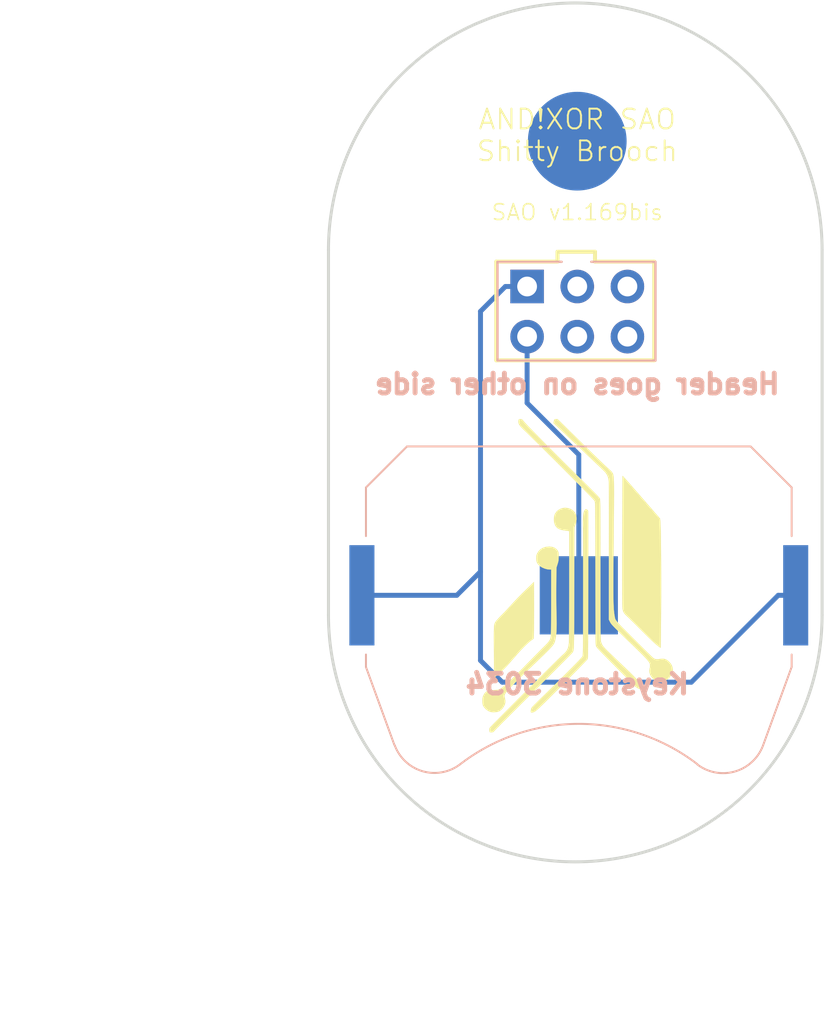
<source format=kicad_pcb>
(kicad_pcb (version 20171130) (host pcbnew 5.0.2-bee76a0~70~ubuntu18.04.1)

  (general
    (thickness 1.6)
    (drawings 18)
    (tracks 13)
    (zones 0)
    (modules 4)
    (nets 7)
  )

  (page A4)
  (layers
    (0 F.Cu signal)
    (31 B.Cu signal)
    (32 B.Adhes user)
    (33 F.Adhes user)
    (34 B.Paste user)
    (35 F.Paste user)
    (36 B.SilkS user)
    (37 F.SilkS user)
    (38 B.Mask user)
    (39 F.Mask user)
    (40 Dwgs.User user)
    (41 Cmts.User user)
    (42 Eco1.User user)
    (43 Eco2.User user)
    (44 Edge.Cuts user)
    (45 Margin user)
    (46 B.CrtYd user)
    (47 F.CrtYd user)
    (48 B.Fab user)
    (49 F.Fab user)
  )

  (setup
    (last_trace_width 0.25)
    (trace_clearance 0.2)
    (zone_clearance 0.508)
    (zone_45_only no)
    (trace_min 0.2)
    (segment_width 0.2)
    (edge_width 0.15)
    (via_size 0.8)
    (via_drill 0.4)
    (via_min_size 0.4)
    (via_min_drill 0.3)
    (uvia_size 0.3)
    (uvia_drill 0.1)
    (uvias_allowed no)
    (uvia_min_size 0.2)
    (uvia_min_drill 0.1)
    (pcb_text_width 0.3)
    (pcb_text_size 1.5 1.5)
    (mod_edge_width 0.15)
    (mod_text_size 1 1)
    (mod_text_width 0.15)
    (pad_size 1.524 1.524)
    (pad_drill 0.762)
    (pad_to_mask_clearance 0.051)
    (solder_mask_min_width 0.25)
    (aux_axis_origin 0 0)
    (visible_elements FFFFFF7F)
    (pcbplotparams
      (layerselection 0x010fc_ffffffff)
      (usegerberextensions false)
      (usegerberattributes false)
      (usegerberadvancedattributes false)
      (creategerberjobfile false)
      (excludeedgelayer true)
      (linewidth 0.100000)
      (plotframeref false)
      (viasonmask false)
      (mode 1)
      (useauxorigin false)
      (hpglpennumber 1)
      (hpglpenspeed 20)
      (hpglpendiameter 15.000000)
      (psnegative false)
      (psa4output false)
      (plotreference true)
      (plotvalue true)
      (plotinvisibletext false)
      (padsonsilk false)
      (subtractmaskfromsilk false)
      (outputformat 1)
      (mirror false)
      (drillshape 1)
      (scaleselection 1)
      (outputdirectory ""))
  )

  (net 0 "")
  (net 1 VCC)
  (net 2 GND)
  (net 3 "Net-(J1-Pad3)")
  (net 4 "Net-(J1-Pad4)")
  (net 5 "Net-(J1-Pad5)")
  (net 6 "Net-(J1-Pad6)")

  (net_class Default "This is the default net class."
    (clearance 0.2)
    (trace_width 0.25)
    (via_dia 0.8)
    (via_drill 0.4)
    (uvia_dia 0.3)
    (uvia_drill 0.1)
    (add_net GND)
    (add_net "Net-(J1-Pad3)")
    (add_net "Net-(J1-Pad4)")
    (add_net "Net-(J1-Pad5)")
    (add_net "Net-(J1-Pad6)")
    (add_net VCC)
  )

  (module Battery:BatteryHolder_Keystone_3034_1x20mm (layer B.Cu) (tedit 5CA58061) (tstamp 5CCAD23F)
    (at 144.6784 118 180)
    (descr "Keystone 3034 SMD battery holder for 2020, 2025 and 2032 coincell batteries. http://www.keyelco.com/product-pdf.cfm?p=798")
    (tags "Keystone type 3034 coin cell retainer")
    (path /5CA57915)
    (attr smd)
    (fp_text reference BT1 (at 0 11.5 180) (layer F.Fab)
      (effects (font (size 1 1) (thickness 0.15)))
    )
    (fp_text value Battery (at 0 -11.5 180) (layer B.Fab)
      (effects (font (size 1 1) (thickness 0.15)) (justify mirror))
    )
    (fp_text user %R (at 0 2.9 180) (layer B.Fab)
      (effects (font (size 1 1) (thickness 0.15)) (justify mirror))
    )
    (fp_circle (center 0 0) (end 0 -10.25) (layer Dwgs.User) (width 0.15))
    (fp_arc (start 0 -16.36) (end 6 -8.55) (angle 75.1) (layer B.SilkS) (width 0.1))
    (fp_arc (start -7.31 -6.85) (end -9.34 -7.58) (angle 107.5) (layer B.SilkS) (width 0.1))
    (fp_line (start -10.78 -3.63) (end -9.34 -7.58) (layer B.SilkS) (width 0.1))
    (fp_line (start -8.7 7.54) (end -10.78 5.46) (layer B.SilkS) (width 0.1))
    (fp_line (start 8.7 7.54) (end -8.7 7.54) (layer B.SilkS) (width 0.1))
    (fp_line (start 8.7 7.54) (end 10.78 5.46) (layer B.SilkS) (width 0.1))
    (fp_line (start 10.78 -3.63) (end 9.34 -7.58) (layer B.SilkS) (width 0.1))
    (fp_arc (start 7.31 -6.85) (end 6 -8.55) (angle 107.5) (layer B.SilkS) (width 0.1))
    (fp_line (start -10.78 5.46) (end -10.78 3) (layer B.SilkS) (width 0.1))
    (fp_line (start -10.78 -3) (end -10.78 -3.63) (layer B.SilkS) (width 0.1))
    (fp_line (start 10.78 5.46) (end 10.78 3) (layer B.SilkS) (width 0.1))
    (fp_line (start 10.78 -3) (end 10.78 -3.63) (layer B.SilkS) (width 0.1))
    (fp_line (start -9.19 -7.53) (end -10.63 -3.6) (layer B.Fab) (width 0.1))
    (fp_line (start -10.63 -3.6) (end -10.63 5.4) (layer B.Fab) (width 0.1))
    (fp_line (start -10.63 5.4) (end -8.64 7.39) (layer B.Fab) (width 0.1))
    (fp_line (start -8.64 7.39) (end 8.64 7.39) (layer B.Fab) (width 0.1))
    (fp_line (start 8.64 7.39) (end 10.63 5.4) (layer B.Fab) (width 0.1))
    (fp_line (start 10.63 5.4) (end 10.63 -3.6) (layer B.Fab) (width 0.1))
    (fp_line (start 10.63 -3.6) (end 9.19 -7.53) (layer B.Fab) (width 0.1))
    (fp_arc (start 7.31 -6.85) (end 6.1 -8.43) (angle 107.5) (layer B.Fab) (width 0.1))
    (fp_arc (start 0 -16.36) (end 6.1 -8.43) (angle 75.1) (layer B.Fab) (width 0.1))
    (fp_arc (start -7.31 -6.85) (end -9.19 -7.53) (angle 107.5) (layer B.Fab) (width 0.1))
    (fp_line (start 11.87 2.79) (end 10.88 2.79) (layer B.CrtYd) (width 0.05))
    (fp_line (start 10.88 2.79) (end 10.88 5.5) (layer B.CrtYd) (width 0.05))
    (fp_line (start 10.88 5.5) (end 8.74 7.64) (layer B.CrtYd) (width 0.05))
    (fp_line (start 8.74 7.64) (end 7.2 7.64) (layer B.CrtYd) (width 0.05))
    (fp_arc (start 0 0) (end 7.2 7.64) (angle 86.6) (layer B.CrtYd) (width 0.05))
    (fp_line (start -7.2 7.64) (end -8.74 7.64) (layer B.CrtYd) (width 0.05))
    (fp_line (start -8.74 7.64) (end -10.88 5.5) (layer B.CrtYd) (width 0.05))
    (fp_line (start -10.88 5.5) (end -10.88 2.79) (layer B.CrtYd) (width 0.05))
    (fp_line (start -10.88 2.79) (end -11.87 2.79) (layer B.CrtYd) (width 0.05))
    (fp_line (start -11.87 2.79) (end -11.87 -2.79) (layer B.CrtYd) (width 0.05))
    (fp_line (start -11.87 -2.79) (end -10.88 -2.79) (layer B.CrtYd) (width 0.05))
    (fp_line (start -10.88 -2.79) (end -10.88 -3.64) (layer B.CrtYd) (width 0.05))
    (fp_line (start -10.88 -3.64) (end -9.44 -7.62) (layer B.CrtYd) (width 0.05))
    (fp_arc (start -7.31 -6.85) (end -9.43 -7.62) (angle 106.9) (layer B.CrtYd) (width 0.05))
    (fp_arc (start 0 0) (end -5.96 -8.64) (angle 69.1) (layer B.CrtYd) (width 0.05))
    (fp_arc (start 7.31 -6.85) (end 5.96 -8.64) (angle 106.9) (layer B.CrtYd) (width 0.05))
    (fp_line (start 9.43 -7.63) (end 10.88 -3.64) (layer B.CrtYd) (width 0.05))
    (fp_line (start 10.88 -3.64) (end 10.88 -2.79) (layer B.CrtYd) (width 0.05))
    (fp_line (start 10.88 -2.79) (end 11.87 -2.79) (layer B.CrtYd) (width 0.05))
    (fp_line (start 11.87 -2.79) (end 11.87 2.79) (layer B.CrtYd) (width 0.05))
    (pad 2 smd rect (at 0 0 180) (size 3.96 3.96) (layers B.Cu B.Paste B.Mask)
      (net 2 GND))
    (pad 1 smd rect (at 10.985 0 180) (size 1.27 5.08) (layers B.Cu B.Paste B.Mask)
      (net 1 VCC))
    (pad 1 smd rect (at -10.985 0 180) (size 1.27 5.08) (layers B.Cu B.Paste B.Mask)
      (net 1 VCC))
    (model ${KISYS3DMOD}/Battery.3dshapes/BatteryHolder_Keystone_3034_1x20mm.wrl
      (at (xyz 0 0 0))
      (scale (xyz 1 1 1))
      (rotate (xyz 0 0 0))
    )
  )

  (module FancyFeast:PinHeader_2x03_P2.54mm_Vertical (layer B.Cu) (tedit 5BAD67E7) (tstamp 5CCAD20C)
    (at 142.06 102.36 270)
    (descr "Through hole straight pin header, 2x03, 2.54mm pitch, double rows")
    (tags "Through hole pin header THT 2x03 2.54mm double row")
    (path /5CA57704)
    (fp_text reference J1 (at 1.269999 2.33 270) (layer B.Fab)
      (effects (font (size 1 1) (thickness 0.15)) (justify mirror))
    )
    (fp_text value Conn_02x03_Odd_Even (at 1.27 -7.41 270) (layer B.Fab)
      (effects (font (size 1 1) (thickness 0.15)) (justify mirror))
    )
    (fp_line (start 0 1.27) (end 3.81 1.27) (layer B.Fab) (width 0.1))
    (fp_line (start 3.81 1.27) (end 3.81 -6.35) (layer B.Fab) (width 0.1))
    (fp_line (start 3.81 -6.35) (end -1.27 -6.35) (layer B.Fab) (width 0.1))
    (fp_line (start -1.27 -6.35) (end -1.27 0) (layer B.Fab) (width 0.1))
    (fp_line (start -1.27 0) (end 0 1.27) (layer B.Fab) (width 0.1))
    (fp_line (start -1.25 -6.5) (end 3.75 -6.5) (layer B.SilkS) (width 0.12))
    (fp_line (start -1.25 -3.25) (end -1.25 -6.5) (layer B.SilkS) (width 0.12))
    (fp_line (start 3.75 1.5) (end 3.75 -6.5) (layer B.SilkS) (width 0.12))
    (fp_line (start -1.25 1.5) (end 3.75 1.5) (layer B.SilkS) (width 0.12))
    (fp_line (start -1.25 -1.75) (end -1.25 1.5) (layer B.SilkS) (width 0.12))
    (fp_line (start -1.8 1.8) (end -1.8 -6.85) (layer B.CrtYd) (width 0.05))
    (fp_line (start -1.8 -6.85) (end 4.35 -6.85) (layer B.CrtYd) (width 0.05))
    (fp_line (start 4.35 -6.85) (end 4.35 1.8) (layer B.CrtYd) (width 0.05))
    (fp_line (start 4.35 1.8) (end -1.8 1.8) (layer B.CrtYd) (width 0.05))
    (fp_text user %R (at 1.27 -2.54 180) (layer B.Fab)
      (effects (font (size 1 1) (thickness 0.15)) (justify mirror))
    )
    (pad 1 thru_hole rect (at 0 0 270) (size 1.7 1.7) (drill 1) (layers *.Cu *.Mask)
      (net 1 VCC))
    (pad 2 thru_hole oval (at 2.54 0 270) (size 1.7 1.7) (drill 1) (layers *.Cu *.Mask)
      (net 2 GND))
    (pad 3 thru_hole oval (at 0 -2.54 270) (size 1.7 1.7) (drill 1) (layers *.Cu *.Mask)
      (net 3 "Net-(J1-Pad3)"))
    (pad 4 thru_hole oval (at 2.54 -2.54 270) (size 1.7 1.7) (drill 1) (layers *.Cu *.Mask)
      (net 4 "Net-(J1-Pad4)"))
    (pad 5 thru_hole oval (at 0 -5.08 270) (size 1.7 1.7) (drill 1) (layers *.Cu *.Mask)
      (net 5 "Net-(J1-Pad5)"))
    (pad 6 thru_hole oval (at 2.54 -5.08 270) (size 1.7 1.7) (drill 1) (layers *.Cu *.Mask)
      (net 6 "Net-(J1-Pad6)"))
    (model ${KISYS3DMOD}/Connector_PinHeader_2.54mm.3dshapes/PinHeader_2x03_P2.54mm_Vertical.wrl
      (at (xyz 0 0 0))
      (scale (xyz 1 1 1))
      (rotate (xyz 0 0 0))
    )
  )

  (module andnxor:lapel-pin-5mm (layer B.Cu) (tedit 5B8371A3) (tstamp 5CCAD1F3)
    (at 144.6 95)
    (path /5CA57A11)
    (fp_text reference g1 (at 0 -4.3) (layer Dwgs.User)
      (effects (font (size 1 1) (thickness 0.15)))
    )
    (fp_text value pin (at 0 3.8) (layer B.Fab)
      (effects (font (size 1 1) (thickness 0.15)) (justify mirror))
    )
    (pad 1 smd circle (at 0 0) (size 5 5) (layers B.Cu B.Paste B.Mask))
  )

  (module manbearpig:ANDnXOR1 (layer F.Cu) (tedit 0) (tstamp 5CD6D3C3)
    (at 144.6 117)
    (fp_text reference G*** (at 0 0) (layer F.SilkS) hide
      (effects (font (size 1.524 1.524) (thickness 0.3)))
    )
    (fp_text value LOGO (at 0.75 0) (layer F.SilkS) hide
      (effects (font (size 1.524 1.524) (thickness 0.3)))
    )
    (fp_poly (pts (xy 2.36597 -4.976052) (xy 2.389096 -4.951689) (xy 2.432511 -4.903838) (xy 2.494348 -4.834622)
      (xy 2.572737 -4.746167) (xy 2.665811 -4.640596) (xy 2.771701 -4.520033) (xy 2.88854 -4.386603)
      (xy 3.014459 -4.24243) (xy 3.14759 -4.089638) (xy 3.286065 -3.930351) (xy 3.318564 -3.892915)
      (xy 4.19453 -2.88363) (xy 4.206062 -2.781702) (xy 4.211398 -2.716608) (xy 4.216424 -2.619709)
      (xy 4.22113 -2.493066) (xy 4.225504 -2.338739) (xy 4.229536 -2.15879) (xy 4.233216 -1.955278)
      (xy 4.236532 -1.730265) (xy 4.239474 -1.485812) (xy 4.242032 -1.223977) (xy 4.244195 -0.946824)
      (xy 4.245952 -0.656411) (xy 4.247292 -0.3548) (xy 4.248205 -0.044052) (xy 4.248681 0.273774)
      (xy 4.248709 0.596616) (xy 4.248277 0.922414) (xy 4.247376 1.249107) (xy 4.245995 1.574634)
      (xy 4.244123 1.896936) (xy 4.241749 2.21395) (xy 4.238864 2.523617) (xy 4.235455 2.823876)
      (xy 4.235123 2.850326) (xy 4.224866 3.660185) (xy 4.157133 3.614472) (xy 4.098986 3.572879)
      (xy 4.033386 3.521214) (xy 3.958296 3.457591) (xy 3.871679 3.380123) (xy 3.771499 3.286925)
      (xy 3.655718 3.17611) (xy 3.522301 3.045792) (xy 3.369212 2.894085) (xy 3.242733 2.767616)
      (xy 3.123268 2.648144) (xy 3.005937 2.531465) (xy 2.89397 2.420742) (xy 2.790596 2.319143)
      (xy 2.699044 2.229834) (xy 2.622544 2.155981) (xy 2.564326 2.100749) (xy 2.535588 2.074333)
      (xy 2.445676 1.98859) (xy 2.38068 1.911976) (xy 2.336262 1.836564) (xy 2.308081 1.754423)
      (xy 2.291799 1.657624) (xy 2.288433 1.622728) (xy 2.287262 1.591588) (xy 2.286188 1.52831)
      (xy 2.285215 1.43462) (xy 2.284344 1.312248) (xy 2.283579 1.16292) (xy 2.282922 0.988364)
      (xy 2.282376 0.790308) (xy 2.281944 0.57048) (xy 2.281629 0.330608) (xy 2.281433 0.072419)
      (xy 2.281359 -0.202359) (xy 2.28141 -0.491998) (xy 2.281589 -0.794771) (xy 2.281899 -1.108949)
      (xy 2.282342 -1.432805) (xy 2.282921 -1.764611) (xy 2.282959 -1.784119) (xy 2.289342 -5.049904)
      (xy 2.36597 -4.976052)) (layer F.SilkS) (width 0.01))
    (fp_poly (pts (xy -2.187557 1.182058) (xy -2.186709 1.375449) (xy -2.18644 1.579911) (xy -2.186718 1.788668)
      (xy -2.187512 1.994944) (xy -2.18879 2.191963) (xy -2.190521 2.372949) (xy -2.192672 2.531126)
      (xy -2.194234 2.6162) (xy -2.20622 3.191933) (xy -2.334242 3.285067) (xy -2.433763 3.364319)
      (xy -2.550483 3.469401) (xy -2.682379 3.59826) (xy -2.827427 3.748841) (xy -2.983603 3.919093)
      (xy -3.148885 4.106961) (xy -3.181123 4.144445) (xy -3.344767 4.333389) (xy -3.491111 4.497846)
      (xy -3.622928 4.640612) (xy -3.742988 4.764478) (xy -3.854062 4.872238) (xy -3.958923 4.966685)
      (xy -4.060341 5.050612) (xy -4.142045 5.112929) (xy -4.211622 5.164082) (xy -4.220186 3.881674)
      (xy -4.221828 3.633475) (xy -4.223131 3.416726) (xy -4.223966 3.229014) (xy -4.224202 3.067923)
      (xy -4.223709 2.93104) (xy -4.222356 2.815948) (xy -4.220013 2.720234) (xy -4.21655 2.641482)
      (xy -4.211837 2.577278) (xy -4.205743 2.525207) (xy -4.198138 2.482854) (xy -4.188892 2.447804)
      (xy -4.177874 2.417642) (xy -4.164955 2.389954) (xy -4.150004 2.362326) (xy -4.136984 2.339502)
      (xy -4.111723 2.304422) (xy -4.066355 2.25047) (xy -4.005117 2.182318) (xy -3.932246 2.104636)
      (xy -3.851982 2.022093) (xy -3.818354 1.988362) (xy -3.718869 1.887502) (xy -3.608877 1.772953)
      (xy -3.497238 1.654139) (xy -3.39281 1.54048) (xy -3.308903 1.446495) (xy -3.237749 1.367523)
      (xy -3.147112 1.270545) (xy -3.042108 1.160832) (xy -2.927855 1.043655) (xy -2.809469 0.924283)
      (xy -2.692069 0.807986) (xy -2.632883 0.750258) (xy -2.192867 0.32365) (xy -2.187557 1.182058)) (layer F.SilkS) (width 0.01))
    (fp_poly (pts (xy 0.208158 -6.737013) (xy 0.380466 -6.567536) (xy 0.548714 -6.402555) (xy 0.710988 -6.243919)
      (xy 0.865375 -6.093478) (xy 1.009959 -5.953081) (xy 1.142829 -5.824576) (xy 1.262068 -5.709814)
      (xy 1.365765 -5.610642) (xy 1.452004 -5.528911) (xy 1.518873 -5.466469) (xy 1.564456 -5.425165)
      (xy 1.577604 -5.413893) (xy 1.673977 -5.329418) (xy 1.74248 -5.258089) (xy 1.785359 -5.197558)
      (xy 1.785985 -5.196414) (xy 1.796931 -5.175502) (xy 1.806889 -5.153793) (xy 1.815888 -5.129712)
      (xy 1.823959 -5.101686) (xy 1.831132 -5.068138) (xy 1.837437 -5.027495) (xy 1.842906 -4.978182)
      (xy 1.847568 -4.918625) (xy 1.851453 -4.847248) (xy 1.854593 -4.762477) (xy 1.857016 -4.662737)
      (xy 1.858754 -4.546455) (xy 1.859837 -4.412055) (xy 1.860295 -4.257962) (xy 1.860159 -4.082602)
      (xy 1.859459 -3.884401) (xy 1.858225 -3.661784) (xy 1.856487 -3.413175) (xy 1.854277 -3.137001)
      (xy 1.851623 -2.831687) (xy 1.848557 -2.495659) (xy 1.845109 -2.12734) (xy 1.845107 -2.12713)
      (xy 1.841168 -1.702814) (xy 1.837675 -1.310885) (xy 1.834642 -0.949863) (xy 1.832087 -0.618271)
      (xy 1.830025 -0.314631) (xy 1.828471 -0.037464) (xy 1.827441 0.214707) (xy 1.826951 0.44336)
      (xy 1.827016 0.649974) (xy 1.827652 0.836027) (xy 1.828875 1.002997) (xy 1.8307 1.152361)
      (xy 1.833144 1.285599) (xy 1.836221 1.404187) (xy 1.839947 1.509604) (xy 1.844339 1.603328)
      (xy 1.849411 1.686837) (xy 1.85518 1.76161) (xy 1.861661 1.829124) (xy 1.868869 1.890857)
      (xy 1.876821 1.948287) (xy 1.885532 2.002893) (xy 1.889101 2.023533) (xy 1.896749 2.069444)
      (xy 1.903264 2.109288) (xy 1.910238 2.145) (xy 1.919263 2.178517) (xy 1.931933 2.211773)
      (xy 1.949839 2.246703) (xy 1.974575 2.285244) (xy 2.007732 2.32933) (xy 2.050903 2.380897)
      (xy 2.105681 2.44188) (xy 2.173658 2.514214) (xy 2.256427 2.599835) (xy 2.355579 2.700678)
      (xy 2.472709 2.818679) (xy 2.609407 2.955773) (xy 2.767267 3.113895) (xy 2.875836 3.222708)
      (xy 3.024073 3.37099) (xy 3.166709 3.51297) (xy 3.301752 3.646707) (xy 3.427212 3.770263)
      (xy 3.541098 3.881697) (xy 3.64142 3.979071) (xy 3.726185 4.060445) (xy 3.793405 4.12388)
      (xy 3.841087 4.167436) (xy 3.867242 4.189174) (xy 3.869266 4.190481) (xy 3.930787 4.221645)
      (xy 3.989195 4.238264) (xy 4.054833 4.241506) (xy 4.138044 4.232539) (xy 4.179869 4.225564)
      (xy 4.292775 4.211427) (xy 4.385695 4.215162) (xy 4.468578 4.238804) (xy 4.551373 4.284389)
      (xy 4.585834 4.308588) (xy 4.687189 4.400446) (xy 4.764699 4.506928) (xy 4.815723 4.622624)
      (xy 4.837619 4.742125) (xy 4.835018 4.818981) (xy 4.803648 4.941841) (xy 4.743335 5.061191)
      (xy 4.658877 5.170573) (xy 4.555067 5.263529) (xy 4.461933 5.321409) (xy 4.366159 5.357916)
      (xy 4.259255 5.378505) (xy 4.153228 5.382032) (xy 4.060081 5.367357) (xy 4.041952 5.361365)
      (xy 3.925247 5.299964) (xy 3.821536 5.208096) (xy 3.732179 5.087097) (xy 3.695622 5.020733)
      (xy 3.657367 4.916839) (xy 3.649535 4.813087) (xy 3.665586 4.71934) (xy 3.687303 4.60779)
      (xy 3.687245 4.515535) (xy 3.66522 4.435773) (xy 3.657163 4.418744) (xy 3.633814 4.380049)
      (xy 3.597667 4.331265) (xy 3.547328 4.270937) (xy 3.481401 4.197608) (xy 3.398492 4.109823)
      (xy 3.297207 4.006125) (xy 3.176151 3.885059) (xy 3.033928 3.745169) (xy 2.869144 3.584999)
      (xy 2.728851 3.449665) (xy 2.547929 3.275503) (xy 2.389817 3.123013) (xy 2.252845 2.990469)
      (xy 2.13534 2.876144) (xy 2.03563 2.778311) (xy 1.952043 2.695243) (xy 1.882908 2.625214)
      (xy 1.826553 2.566497) (xy 1.781305 2.517364) (xy 1.745493 2.476089) (xy 1.717445 2.440945)
      (xy 1.695488 2.410205) (xy 1.677951 2.382143) (xy 1.663163 2.355031) (xy 1.65684 2.342438)
      (xy 1.6002 2.227326) (xy 1.606059 -1.210437) (xy 1.606755 -1.658118) (xy 1.607259 -2.072674)
      (xy 1.607568 -2.454844) (xy 1.607679 -2.805369) (xy 1.607589 -3.12499) (xy 1.607296 -3.414447)
      (xy 1.606798 -3.674481) (xy 1.606091 -3.905831) (xy 1.605173 -4.109239) (xy 1.604041 -4.285445)
      (xy 1.602692 -4.435189) (xy 1.601125 -4.559212) (xy 1.599335 -4.658254) (xy 1.597321 -4.733055)
      (xy 1.59508 -4.784357) (xy 1.593112 -4.809067) (xy 1.566437 -4.954293) (xy 1.520964 -5.07775)
      (xy 1.452756 -5.188101) (xy 1.385226 -5.266526) (xy 1.360461 -5.291137) (xy 1.312879 -5.337302)
      (xy 1.244274 -5.403309) (xy 1.156441 -5.487449) (xy 1.051176 -5.58801) (xy 0.930273 -5.703283)
      (xy 0.795527 -5.831558) (xy 0.648732 -5.971123) (xy 0.491684 -6.120268) (xy 0.326178 -6.277284)
      (xy 0.154008 -6.440459) (xy 0.045196 -6.543503) (xy -1.205007 -7.727088) (xy -1.194064 -7.785419)
      (xy -1.179131 -7.854055) (xy -1.162214 -7.895649) (xy -1.137651 -7.916826) (xy -1.099781 -7.92421)
      (xy -1.074961 -7.9248) (xy -0.997617 -7.9248) (xy 0.208158 -6.737013)) (layer F.SilkS) (width 0.01))
    (fp_poly (pts (xy -2.842089 -7.922897) (xy -2.812814 -7.915431) (xy -2.785252 -7.896815) (xy -2.751555 -7.861869)
      (xy -2.707767 -7.810094) (xy -2.65655 -7.751255) (xy -2.582189 -7.669948) (xy -2.485817 -7.567321)
      (xy -2.368569 -7.444516) (xy -2.231578 -7.30268) (xy -2.075978 -7.142956) (xy -1.902904 -6.96649)
      (xy -1.71349 -6.774427) (xy -1.508869 -6.567912) (xy -1.290175 -6.348089) (xy -1.058543 -6.116103)
      (xy -0.815107 -5.873099) (xy -0.561 -5.620222) (xy -0.297358 -5.358616) (xy -0.025312 -5.089428)
      (xy 0.254001 -4.813801) (xy 0.500503 -4.571165) (xy 0.662161 -4.411469) (xy 0.801057 -4.272649)
      (xy 0.916844 -4.155068) (xy 1.009173 -4.059087) (xy 1.077697 -3.985066) (xy 1.122068 -3.933367)
      (xy 1.14157 -3.905176) (xy 1.145078 -3.896505) (xy 1.148309 -3.885305) (xy 1.151275 -3.870205)
      (xy 1.15399 -3.849836) (xy 1.156465 -3.822827) (xy 1.158712 -3.787807) (xy 1.160745 -3.743407)
      (xy 1.162576 -3.688256) (xy 1.164216 -3.620984) (xy 1.16568 -3.54022) (xy 1.166978 -3.444595)
      (xy 1.168124 -3.332738) (xy 1.16913 -3.203278) (xy 1.170008 -3.054846) (xy 1.170771 -2.886072)
      (xy 1.171431 -2.695584) (xy 1.172 -2.482013) (xy 1.172492 -2.243988) (xy 1.172919 -1.98014)
      (xy 1.173292 -1.689097) (xy 1.173625 -1.369491) (xy 1.17393 -1.019949) (xy 1.174219 -0.639103)
      (xy 1.174467 -0.281443) (xy 1.174745 0.12701) (xy 1.175015 0.502984) (xy 1.175291 0.847866)
      (xy 1.175587 1.163045) (xy 1.175918 1.449906) (xy 1.176297 1.709838) (xy 1.17674 1.944229)
      (xy 1.177259 2.154465) (xy 1.17787 2.341934) (xy 1.178587 2.508025) (xy 1.179424 2.654124)
      (xy 1.180394 2.781618) (xy 1.181513 2.891896) (xy 1.182794 2.986345) (xy 1.184253 3.066352)
      (xy 1.185902 3.133304) (xy 1.187756 3.18859) (xy 1.189829 3.233597) (xy 1.192136 3.269712)
      (xy 1.194691 3.298323) (xy 1.197508 3.320817) (xy 1.200601 3.338582) (xy 1.203985 3.353005)
      (xy 1.207673 3.365474) (xy 1.21168 3.377376) (xy 1.211965 3.3782) (xy 1.226775 3.420168)
      (xy 1.24165 3.458256) (xy 1.258485 3.494558) (xy 1.279174 3.531166) (xy 1.305613 3.570173)
      (xy 1.339697 3.613672) (xy 1.38332 3.663757) (xy 1.438377 3.722521) (xy 1.506763 3.792057)
      (xy 1.590374 3.874457) (xy 1.691103 3.971815) (xy 1.810846 4.086224) (xy 1.951498 4.219778)
      (xy 2.108199 4.368174) (xy 2.294581 4.545064) (xy 2.457627 4.700874) (xy 2.599048 4.837322)
      (xy 2.720551 4.956125) (xy 2.823848 5.059002) (xy 2.910645 5.147669) (xy 2.982654 5.223846)
      (xy 3.041583 5.28925) (xy 3.089141 5.345598) (xy 3.119766 5.3848) (xy 3.182268 5.474425)
      (xy 3.234974 5.562205) (xy 3.274491 5.641593) (xy 3.297426 5.706038) (xy 3.301834 5.736166)
      (xy 3.297169 5.760677) (xy 3.279217 5.771389) (xy 3.242449 5.768685) (xy 3.181339 5.752946)
      (xy 3.158491 5.746064) (xy 3.036091 5.691687) (xy 2.913168 5.603524) (xy 2.789827 5.481651)
      (xy 2.780762 5.471381) (xy 2.749707 5.437587) (xy 2.696955 5.382194) (xy 2.624783 5.307524)
      (xy 2.535471 5.215898) (xy 2.431296 5.109636) (xy 2.314537 4.99106) (xy 2.187472 4.86249)
      (xy 2.05238 4.726247) (xy 1.911538 4.584652) (xy 1.829274 4.502151) (xy 1.662632 4.334997)
      (xy 1.518461 4.189923) (xy 1.395137 4.065213) (xy 1.291036 3.959148) (xy 1.204533 3.87001)
      (xy 1.134005 3.796082) (xy 1.077826 3.735646) (xy 1.034374 3.686984) (xy 1.002024 3.648378)
      (xy 0.979152 3.61811) (xy 0.964133 3.594464) (xy 0.956733 3.579285) (xy 0.95286 3.569416)
      (xy 0.949293 3.558537) (xy 0.946017 3.545276) (xy 0.943019 3.528257) (xy 0.940284 3.506107)
      (xy 0.937798 3.477451) (xy 0.935548 3.440916) (xy 0.933519 3.395127) (xy 0.931698 3.338709)
      (xy 0.930071 3.27029) (xy 0.928623 3.188495) (xy 0.927342 3.091949) (xy 0.926211 2.979279)
      (xy 0.925219 2.849111) (xy 0.924351 2.700069) (xy 0.923592 2.530781) (xy 0.92293 2.339872)
      (xy 0.92235 2.125968) (xy 0.921837 1.887695) (xy 0.921379 1.623679) (xy 0.920961 1.332545)
      (xy 0.920569 1.012919) (xy 0.92019 0.663428) (xy 0.919808 0.282698) (xy 0.919448 -0.09279)
      (xy 0.919041 -0.505116) (xy 0.918629 -0.884934) (xy 0.918202 -1.233602) (xy 0.917746 -1.552479)
      (xy 0.91725 -1.842924) (xy 0.916703 -2.106295) (xy 0.916093 -2.343951) (xy 0.915408 -2.55725)
      (xy 0.914636 -2.747551) (xy 0.913766 -2.916213) (xy 0.912785 -3.064594) (xy 0.911682 -3.194052)
      (xy 0.910446 -3.305947) (xy 0.909064 -3.401637) (xy 0.907525 -3.48248) (xy 0.905817 -3.549835)
      (xy 0.903929 -3.605061) (xy 0.901848 -3.649516) (xy 0.899563 -3.684559) (xy 0.897061 -3.711548)
      (xy 0.894333 -3.731842) (xy 0.891364 -3.746799) (xy 0.888145 -3.757779) (xy 0.887755 -3.758857)
      (xy 0.880833 -3.772829) (xy 0.867972 -3.792055) (xy 0.848015 -3.817729) (xy 0.819803 -3.851046)
      (xy 0.78218 -3.8932) (xy 0.733986 -3.945387) (xy 0.674064 -4.008801) (xy 0.601257 -4.084637)
      (xy 0.514407 -4.17409) (xy 0.412356 -4.278355) (xy 0.293946 -4.398625) (xy 0.158019 -4.536097)
      (xy 0.003419 -4.691965) (xy -0.171013 -4.867424) (xy -0.366436 -5.063668) (xy -0.584005 -5.281892)
      (xy -0.72596 -5.424175) (xy -0.924714 -5.623187) (xy -1.120761 -5.819177) (xy -1.312351 -6.010413)
      (xy -1.497737 -6.195162) (xy -1.675169 -6.37169) (xy -1.842898 -6.538266) (xy -1.999177 -6.693155)
      (xy -2.142255 -6.834626) (xy -2.270386 -6.960945) (xy -2.38182 -7.070379) (xy -2.474808 -7.161195)
      (xy -2.547601 -7.231661) (xy -2.598452 -7.280043) (xy -2.602668 -7.283977) (xy -2.715181 -7.390386)
      (xy -2.803935 -7.478799) (xy -2.87145 -7.552583) (xy -2.920244 -7.615106) (xy -2.952837 -7.669735)
      (xy -2.971748 -7.719838) (xy -2.979496 -7.768782) (xy -2.980036 -7.788425) (xy -2.977064 -7.856459)
      (xy -2.965605 -7.897393) (xy -2.940872 -7.91779) (xy -2.898084 -7.924212) (xy -2.880926 -7.924394)
      (xy -2.842089 -7.922897)) (layer F.SilkS) (width 0.01))
    (fp_poly (pts (xy -1.276086 -1.452619) (xy -1.162069 -1.414101) (xy -1.068282 -1.353385) (xy -0.998032 -1.271714)
      (xy -0.982843 -1.244892) (xy -0.96432 -1.205727) (xy -0.95209 -1.169184) (xy -0.94494 -1.126874)
      (xy -0.941657 -1.070412) (xy -0.941028 -0.991409) (xy -0.941209 -0.957025) (xy -0.942887 -0.862621)
      (xy -0.94767 -0.789582) (xy -0.957445 -0.725431) (xy -0.974104 -0.65769) (xy -0.998948 -0.575734)
      (xy -1.055279 -0.397934) (xy -1.062466 0.507851) (xy -1.063558 0.702628) (xy -1.06387 0.905621)
      (xy -1.063446 1.110749) (xy -1.06233 1.311935) (xy -1.060565 1.5031) (xy -1.058195 1.678167)
      (xy -1.055264 1.831056) (xy -1.0521 1.947184) (xy -1.045126 2.219396) (xy -1.043297 2.460485)
      (xy -1.046778 2.672828) (xy -1.055733 2.8588) (xy -1.070324 3.020778) (xy -1.090717 3.161138)
      (xy -1.117073 3.282255) (xy -1.149558 3.386505) (xy -1.151654 3.392136) (xy -1.166968 3.427605)
      (xy -1.187913 3.465555) (xy -1.216296 3.507931) (xy -1.253923 3.556679) (xy -1.302602 3.613744)
      (xy -1.36414 3.681073) (xy -1.440342 3.76061) (xy -1.533017 3.854303) (xy -1.643971 3.964095)
      (xy -1.77501 4.091934) (xy -1.927943 4.239765) (xy -2.029842 4.337792) (xy -2.270351 4.569189)
      (xy -2.487242 4.778624) (xy -2.681643 4.967256) (xy -2.854682 5.136244) (xy -3.007487 5.28675)
      (xy -3.141185 5.419931) (xy -3.256904 5.536949) (xy -3.355772 5.638962) (xy -3.438917 5.72713)
      (xy -3.507466 5.802614) (xy -3.562546 5.866572) (xy -3.605286 5.920164) (xy -3.636813 5.96455)
      (xy -3.658256 6.000889) (xy -3.667915 6.022281) (xy -3.682983 6.066629) (xy -3.687483 6.102568)
      (xy -3.681447 6.144418) (xy -3.668328 6.194373) (xy -3.64327 6.32208) (xy -3.645216 6.436624)
      (xy -3.674603 6.545847) (xy -3.689923 6.581061) (xy -3.764108 6.705849) (xy -3.8555 6.804863)
      (xy -3.952859 6.870782) (xy -4.033232 6.899615) (xy -4.1329 6.917337) (xy -4.238864 6.923032)
      (xy -4.338124 6.915782) (xy -4.397824 6.902138) (xy -4.532808 6.841588) (xy -4.645843 6.755373)
      (xy -4.736241 6.644062) (xy -4.762397 6.599296) (xy -4.780279 6.56101) (xy -4.791635 6.520983)
      (xy -4.797856 6.470146) (xy -4.800332 6.399427) (xy -4.8006 6.35) (xy -4.799683 6.265904)
      (xy -4.795716 6.205097) (xy -4.786879 6.157024) (xy -4.771351 6.111129) (xy -4.751632 6.066167)
      (xy -4.694851 5.969146) (xy -4.625542 5.892586) (xy -4.549129 5.841829) (xy -4.50946 5.827672)
      (xy -4.468085 5.820775) (xy -4.401671 5.813609) (xy -4.319026 5.806976) (xy -4.228962 5.80168)
      (xy -4.219559 5.80124) (xy -4.117828 5.795869) (xy -4.040937 5.788253) (xy -3.979872 5.775107)
      (xy -3.925623 5.753149) (xy -3.869178 5.719094) (xy -3.801524 5.669657) (xy -3.750684 5.630376)
      (xy -3.662138 5.558684) (xy -3.561446 5.471743) (xy -3.447189 5.368193) (xy -3.317945 5.246669)
      (xy -3.172294 5.105811) (xy -3.008816 4.944255) (xy -2.826089 4.76064) (xy -2.622694 4.553603)
      (xy -2.54857 4.477624) (xy -2.421128 4.347006) (xy -2.291524 4.214577) (xy -2.163534 4.084171)
      (xy -2.040936 3.95962) (xy -1.927507 3.844755) (xy -1.827024 3.743411) (xy -1.743263 3.659418)
      (xy -1.68996 3.606429) (xy -1.591983 3.508587) (xy -1.515714 3.429027) (xy -1.457996 3.363035)
      (xy -1.415674 3.305896) (xy -1.385596 3.252895) (xy -1.364604 3.199319) (xy -1.349546 3.140451)
      (xy -1.338897 3.081765) (xy -1.335501 3.042948) (xy -1.332445 2.9708) (xy -1.329736 2.865857)
      (xy -1.327379 2.728651) (xy -1.325379 2.559717) (xy -1.323742 2.35959) (xy -1.322474 2.128804)
      (xy -1.321579 1.867894) (xy -1.321063 1.577392) (xy -1.320928 1.3335) (xy -1.320801 -0.3048)
      (xy -1.384301 -0.305094) (xy -1.517949 -0.318621) (xy -1.653925 -0.35538) (xy -1.781985 -0.411435)
      (xy -1.891885 -0.482845) (xy -1.927565 -0.513961) (xy -1.994149 -0.58473) (xy -2.037738 -0.651763)
      (xy -2.062614 -0.72552) (xy -2.073061 -0.81646) (xy -2.074212 -0.872067) (xy -2.072854 -0.951483)
      (xy -2.067105 -1.009195) (xy -2.054676 -1.0573) (xy -2.03328 -1.107896) (xy -2.02727 -1.120304)
      (xy -1.950305 -1.242548) (xy -1.852375 -1.338284) (xy -1.733218 -1.407699) (xy -1.592572 -1.450979)
      (xy -1.551575 -1.458105) (xy -1.407024 -1.4677) (xy -1.276086 -1.452619)) (layer F.SilkS) (width 0.01))
    (fp_poly (pts (xy 0.479682 -3.348326) (xy 0.49046 -3.341998) (xy 0.528326 -3.311918) (xy 0.550568 -3.279948)
      (xy 0.55152 -3.276771) (xy 0.552284 -3.256826) (xy 0.552985 -3.204566) (xy 0.553624 -3.121541)
      (xy 0.554199 -3.009301) (xy 0.554707 -2.869397) (xy 0.555148 -2.70338) (xy 0.55552 -2.512802)
      (xy 0.555822 -2.299211) (xy 0.556053 -2.06416) (xy 0.55621 -1.809199) (xy 0.556292 -1.535879)
      (xy 0.556298 -1.24575) (xy 0.556227 -0.940363) (xy 0.556076 -0.621269) (xy 0.555845 -0.290018)
      (xy 0.555532 0.051838) (xy 0.555136 0.402749) (xy 0.555057 0.465667) (xy 0.554522 0.88305)
      (xy 0.554013 1.267911) (xy 0.553516 1.621593) (xy 0.553019 1.945438) (xy 0.552506 2.240791)
      (xy 0.551965 2.508995) (xy 0.551381 2.751394) (xy 0.550741 2.969331) (xy 0.550031 3.164149)
      (xy 0.549237 3.337193) (xy 0.548346 3.489806) (xy 0.547344 3.623332) (xy 0.546216 3.739113)
      (xy 0.54495 3.838494) (xy 0.543532 3.922818) (xy 0.541947 3.993429) (xy 0.540182 4.051669)
      (xy 0.538223 4.098884) (xy 0.536058 4.136416) (xy 0.53367 4.165609) (xy 0.531048 4.187806)
      (xy 0.528177 4.204351) (xy 0.525044 4.216588) (xy 0.521634 4.225859) (xy 0.517935 4.23351)
      (xy 0.516466 4.236241) (xy 0.50006 4.256551) (xy 0.461312 4.299137) (xy 0.401837 4.36234)
      (xy 0.323254 4.4445) (xy 0.227181 4.54396) (xy 0.115233 4.65906) (xy -0.01097 4.788143)
      (xy -0.149813 4.929548) (xy -0.299677 5.081617) (xy -0.458945 5.242692) (xy -0.625999 5.411113)
      (xy -0.781981 5.567915) (xy -0.988693 5.775396) (xy -1.172996 5.960218) (xy -1.336365 6.123729)
      (xy -1.480279 6.267277) (xy -1.606214 6.392209) (xy -1.715649 6.499874) (xy -1.81006 6.591619)
      (xy -1.890926 6.668793) (xy -1.959722 6.732742) (xy -2.017927 6.784816) (xy -2.067019 6.826361)
      (xy -2.108473 6.858727) (xy -2.143769 6.883259) (xy -2.174382 6.901308) (xy -2.201792 6.914219)
      (xy -2.227474 6.923342) (xy -2.252906 6.930024) (xy -2.279567 6.935613) (xy -2.281506 6.935996)
      (xy -2.322835 6.939408) (xy -2.343474 6.926118) (xy -2.347179 6.91839) (xy -2.352665 6.874287)
      (xy -2.34701 6.813308) (xy -2.332681 6.749594) (xy -2.312147 6.697281) (xy -2.307121 6.688829)
      (xy -2.28931 6.668213) (xy -2.249648 6.626547) (xy -2.190629 6.566321) (xy -2.114747 6.49003)
      (xy -2.024494 6.400166) (xy -1.922364 6.299221) (xy -1.81085 6.189689) (xy -1.692445 6.074062)
      (xy -1.684867 6.066685) (xy -1.548935 5.933918) (xy -1.394745 5.782539) (xy -1.227835 5.618031)
      (xy -1.053744 5.44588) (xy -0.878011 5.271568) (xy -0.706175 5.100581) (xy -0.543775 4.938403)
      (xy -0.420691 4.814991) (xy -0.270291 4.663559) (xy -0.142373 4.534052) (xy -0.035251 4.424668)
      (xy 0.052759 4.333603) (xy 0.123342 4.259057) (xy 0.178181 4.199226) (xy 0.218962 4.152308)
      (xy 0.247369 4.116502) (xy 0.265086 4.090004) (xy 0.273338 4.072467) (xy 0.276292 4.058293)
      (xy 0.27901 4.03336) (xy 0.281504 3.996296) (xy 0.283788 3.945732) (xy 0.285874 3.880297)
      (xy 0.287775 3.798619) (xy 0.289503 3.699328) (xy 0.291071 3.581054) (xy 0.292492 3.442425)
      (xy 0.293778 3.282072) (xy 0.294941 3.098623) (xy 0.295995 2.890708) (xy 0.296952 2.656955)
      (xy 0.297825 2.395995) (xy 0.298626 2.106456) (xy 0.299368 1.786969) (xy 0.300063 1.436161)
      (xy 0.300633 1.109133) (xy 0.301072 0.790338) (xy 0.301338 0.475824) (xy 0.301435 0.167718)
      (xy 0.30137 -0.131855) (xy 0.301149 -0.42077) (xy 0.300776 -0.696902) (xy 0.300258 -0.958125)
      (xy 0.299601 -1.202315) (xy 0.298809 -1.427344) (xy 0.297889 -1.631089) (xy 0.296846 -1.811424)
      (xy 0.295685 -1.966223) (xy 0.294414 -2.093361) (xy 0.293037 -2.190713) (xy 0.291681 -2.252133)
      (xy 0.286415 -2.477424) (xy 0.285017 -2.671313) (xy 0.287711 -2.836069) (xy 0.294721 -2.973963)
      (xy 0.30627 -3.087262) (xy 0.322582 -3.178235) (xy 0.343881 -3.249153) (xy 0.370391 -3.302282)
      (xy 0.398602 -3.336495) (xy 0.426199 -3.359809) (xy 0.448069 -3.363443) (xy 0.479682 -3.348326)) (layer F.SilkS) (width 0.01))
    (fp_poly (pts (xy -0.465792 -3.416645) (xy -0.334342 -3.371801) (xy -0.326678 -3.368169) (xy -0.215376 -3.297385)
      (xy -0.129501 -3.204284) (xy -0.068383 -3.088133) (xy -0.06676 -3.083844) (xy -0.040775 -2.973297)
      (xy -0.036867 -2.846315) (xy -0.054547 -2.711716) (xy -0.093326 -2.578319) (xy -0.095026 -2.573867)
      (xy -0.143934 -2.446867) (xy -0.152483 0.626533) (xy -0.153525 1.010844) (xy -0.154454 1.362766)
      (xy -0.155319 1.68378) (xy -0.156172 1.975362) (xy -0.157063 2.238993) (xy -0.158042 2.476149)
      (xy -0.15916 2.688311) (xy -0.160466 2.876955) (xy -0.162012 3.043562) (xy -0.163848 3.189608)
      (xy -0.166024 3.316574) (xy -0.168591 3.425936) (xy -0.171598 3.519174) (xy -0.175097 3.597767)
      (xy -0.179138 3.663192) (xy -0.183771 3.716929) (xy -0.189047 3.760455) (xy -0.195016 3.79525)
      (xy -0.201728 3.822791) (xy -0.209235 3.844557) (xy -0.217585 3.862028) (xy -0.22683 3.87668)
      (xy -0.23702 3.889993) (xy -0.248206 3.903446) (xy -0.260437 3.918516) (xy -0.26491 3.92436)
      (xy -0.282176 3.943354) (xy -0.32216 3.984879) (xy -0.38354 4.047611) (xy -0.464995 4.130225)
      (xy -0.565203 4.231397) (xy -0.682845 4.349801) (xy -0.816598 4.484114) (xy -0.965142 4.633009)
      (xy -1.127156 4.795164) (xy -1.301318 4.969253) (xy -1.486307 5.153951) (xy -1.680803 5.347934)
      (xy -1.883484 5.549877) (xy -2.093029 5.758455) (xy -2.220094 5.884836) (xy -2.433399 6.09702)
      (xy -2.640821 6.30352) (xy -2.841025 6.503) (xy -3.032674 6.69412) (xy -3.21443 6.875541)
      (xy -3.384957 7.045926) (xy -3.542918 7.203936) (xy -3.686976 7.348231) (xy -3.815795 7.477474)
      (xy -3.928038 7.590326) (xy -4.022368 7.685449) (xy -4.097448 7.761503) (xy -4.151942 7.81715)
      (xy -4.184512 7.851053) (xy -4.192827 7.86022) (xy -4.231626 7.904524) (xy -4.262062 7.928402)
      (xy -4.296384 7.938302) (xy -4.345659 7.940654) (xy -4.398007 7.939453) (xy -4.426129 7.931752)
      (xy -4.439544 7.913924) (xy -4.442794 7.903633) (xy -4.452417 7.834667) (xy -4.449101 7.762382)
      (xy -4.438557 7.718469) (xy -4.425087 7.702313) (xy -4.389161 7.663899) (xy -4.332368 7.604817)
      (xy -4.256298 7.526657) (xy -4.162542 7.431009) (xy -4.05269 7.319461) (xy -3.928332 7.193604)
      (xy -3.791059 7.055026) (xy -3.64246 6.905319) (xy -3.484127 6.74607) (xy -3.317648 6.57887)
      (xy -3.144615 6.405309) (xy -2.966618 6.226975) (xy -2.785247 6.045458) (xy -2.602093 5.862349)
      (xy -2.418744 5.679236) (xy -2.236793 5.497709) (xy -2.057829 5.319358) (xy -1.883441 5.145772)
      (xy -1.715222 4.978541) (xy -1.55476 4.819254) (xy -1.403646 4.669502) (xy -1.263471 4.530872)
      (xy -1.135824 4.404956) (xy -1.022296 4.293342) (xy -0.924477 4.197621) (xy -0.843958 4.119381)
      (xy -0.782328 4.060213) (xy -0.741178 4.021706) (xy -0.731732 4.013249) (xy -0.631635 3.920085)
      (xy -0.556706 3.834706) (xy -0.502658 3.748737) (xy -0.465203 3.653807) (xy -0.440053 3.541542)
      (xy -0.423704 3.411728) (xy -0.42161 3.37298) (xy -0.419622 3.301737) (xy -0.417747 3.199369)
      (xy -0.415992 3.067249) (xy -0.414366 2.906746) (xy -0.412876 2.719233) (xy -0.411531 2.506081)
      (xy -0.410339 2.26866) (xy -0.409307 2.008342) (xy -0.408443 1.726498) (xy -0.407755 1.4245)
      (xy -0.407252 1.103717) (xy -0.406941 0.765523) (xy -0.406837 0.495622) (xy -0.4064 -2.251488)
      (xy -0.4445 -2.25881) (xy -0.477875 -2.264028) (xy -0.534935 -2.271795) (xy -0.60572 -2.280779)
      (xy -0.639526 -2.28488) (xy -0.78896 -2.310492) (xy -0.909578 -2.349566) (xy -1.004596 -2.404566)
      (xy -1.077228 -2.477955) (xy -1.130691 -2.572195) (xy -1.168198 -2.689751) (xy -1.168242 -2.689936)
      (xy -1.183548 -2.805888) (xy -1.179401 -2.92855) (xy -1.157025 -3.044729) (xy -1.12819 -3.121377)
      (xy -1.057077 -3.230303) (xy -0.963783 -3.317334) (xy -0.853156 -3.380978) (xy -0.730049 -3.419739)
      (xy -0.599311 -3.432126) (xy -0.465792 -3.416645)) (layer F.SilkS) (width 0.01))
  )

  (dimension 44 (width 0.3) (layer F.Fab)
    (gr_text "44.000 mm" (at 120.9 110 270) (layer F.Fab)
      (effects (font (size 1.5 1.5) (thickness 0.3)))
    )
    (feature1 (pts (xy 145 132) (xy 122.413579 132)))
    (feature2 (pts (xy 145 88) (xy 122.413579 88)))
    (crossbar (pts (xy 123 88) (xy 123 132)))
    (arrow1a (pts (xy 123 132) (xy 122.413579 130.873496)))
    (arrow1b (pts (xy 123 132) (xy 123.586421 130.873496)))
    (arrow2a (pts (xy 123 88) (xy 122.413579 89.126504)))
    (arrow2b (pts (xy 123 88) (xy 123.586421 89.126504)))
  )
  (dimension 25 (width 0.3) (layer F.Fab)
    (gr_text "25.000 mm" (at 144.5 141.1) (layer F.Fab)
      (effects (font (size 1.5 1.5) (thickness 0.3)))
    )
    (feature1 (pts (xy 157 119) (xy 157 139.586421)))
    (feature2 (pts (xy 132 119) (xy 132 139.586421)))
    (crossbar (pts (xy 132 139) (xy 157 139)))
    (arrow1a (pts (xy 157 139) (xy 155.873496 139.586421)))
    (arrow1b (pts (xy 157 139) (xy 155.873496 138.413579)))
    (arrow2a (pts (xy 132 139) (xy 133.126504 139.586421)))
    (arrow2b (pts (xy 132 139) (xy 133.126504 138.413579)))
  )
  (gr_text "Header goes on other side" (at 144.6 107.3) (layer B.SilkS) (tstamp 5CD6D794)
    (effects (font (size 1 1) (thickness 0.25)) (justify mirror))
  )
  (gr_text "Keystone 3034" (at 144.6 122.5) (layer B.SilkS)
    (effects (font (size 1 1) (thickness 0.25)) (justify mirror))
  )
  (gr_arc (start 144.5 119) (end 132.000002 119.000001) (angle -180) (layer Edge.Cuts) (width 0.15) (tstamp 5CD6D437))
  (gr_line (start 157 100.5) (end 157 119) (layer Edge.Cuts) (width 0.15))
  (gr_arc (start 144.5 100.5) (end 157 100.5) (angle -180) (layer Edge.Cuts) (width 0.15))
  (gr_line (start 132 119) (end 132 100.5) (layer Edge.Cuts) (width 0.15))
  (gr_text "SAO v1.169bis" (at 144.6 98.6) (layer F.SilkS)
    (effects (font (size 0.8 0.8) (thickness 0.08)))
  )
  (gr_text "AND!XOR SAO\nShitty Brooch" (at 144.6 94.7) (layer F.SilkS)
    (effects (font (size 1 1) (thickness 0.1)))
  )
  (gr_line (start 143.6 100.6) (end 143.6 101.1) (layer F.SilkS) (width 0.2))
  (gr_line (start 145.5 100.6) (end 143.6 100.6) (layer F.SilkS) (width 0.2))
  (gr_line (start 145.5 101.1) (end 145.5 100.6) (layer F.SilkS) (width 0.2))
  (gr_line (start 148.5 101.1) (end 145.5 101.1) (layer F.SilkS) (width 0.2))
  (gr_line (start 148.5 106.1) (end 148.5 101.1) (layer F.SilkS) (width 0.2))
  (gr_line (start 140.5 106.1) (end 148.5 106.1) (layer F.SilkS) (width 0.2))
  (gr_line (start 140.5 101.1) (end 140.5 106.1) (layer F.SilkS) (width 0.2))
  (gr_line (start 143.6 101.1) (end 140.5 101.1) (layer F.SilkS) (width 0.2))

  (segment (start 140.96 102.36) (end 139.7 103.62) (width 0.25) (layer B.Cu) (net 1))
  (segment (start 142.06 102.36) (end 140.96 102.36) (width 0.25) (layer B.Cu) (net 1))
  (segment (start 139.7 103.62) (end 139.7 116.8) (width 0.25) (layer B.Cu) (net 1))
  (segment (start 138.5 118) (end 133.6934 118) (width 0.25) (layer B.Cu) (net 1))
  (segment (start 139.7 116.8) (end 138.5 118) (width 0.25) (layer B.Cu) (net 1))
  (segment (start 139.7 116.8) (end 139.7 121.3) (width 0.25) (layer B.Cu) (net 1))
  (segment (start 139.7 121.3) (end 140.8 122.4) (width 0.25) (layer B.Cu) (net 1))
  (segment (start 154.7784 118) (end 155.6634 118) (width 0.25) (layer B.Cu) (net 1))
  (segment (start 150.3784 122.4) (end 154.7784 118) (width 0.25) (layer B.Cu) (net 1))
  (segment (start 140.8 122.4) (end 150.3784 122.4) (width 0.25) (layer B.Cu) (net 1))
  (segment (start 144.6784 118) (end 144.6784 110.8784) (width 0.25) (layer B.Cu) (net 2))
  (segment (start 142.06 108.26) (end 142.06 104.9) (width 0.25) (layer B.Cu) (net 2))
  (segment (start 144.6784 110.8784) (end 142.06 108.26) (width 0.25) (layer B.Cu) (net 2))

)

</source>
